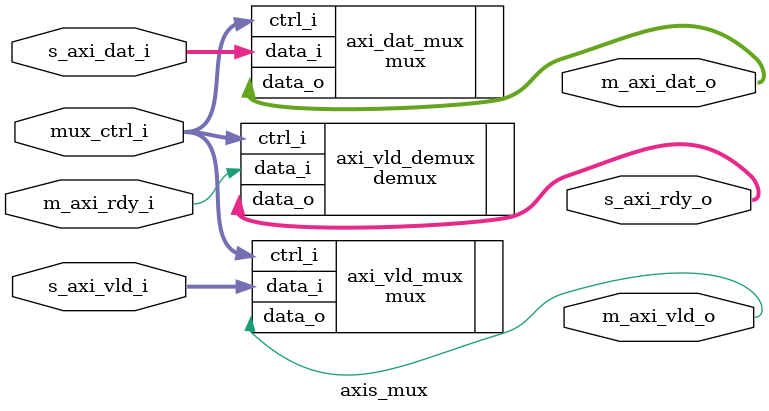
<source format=v>
module axis_mux #(
    parameter integer DATA_WIDTH = 8,
    parameter integer PORT_NUM   = 4
) (
    input  wire [              PORT_NUM-1:0] mux_ctrl_i,
    input  wire [DATA_WIDTH * PORT_NUM -1:0] s_axi_dat_i,
    input  wire [              PORT_NUM-1:0] s_axi_vld_i,
    output wire [              PORT_NUM-1:0] s_axi_rdy_o,
    output wire [            DATA_WIDTH-1:0] m_axi_dat_o,
    output wire                              m_axi_vld_o,
    input  wire                              m_axi_rdy_i
);

    // mux data of axi stream
    mux #(
        .DATA_WIDTH(DATA_WIDTH),
        .PORT_NUM  (PORT_NUM)
    ) axi_dat_mux (
        .ctrl_i(mux_ctrl_i),
        .data_i(s_axi_dat_i),
        .data_o(m_axi_dat_o)
    );

    // mux vld of axi stream
    mux #(
        .DATA_WIDTH(1),
        .PORT_NUM  (PORT_NUM)
    ) axi_vld_mux (
        .ctrl_i(mux_ctrl_i),
        .data_i(s_axi_vld_i),
        .data_o(m_axi_vld_o)
    );

    // demux rdy of axi stream
    demux #(
        .DATA_WIDTH(1),
        .PORT_NUM  (PORT_NUM)
    ) axi_vld_demux (
        .ctrl_i(mux_ctrl_i),
        .data_i(m_axi_rdy_i),
        .data_o(s_axi_rdy_o)
    );

endmodule

</source>
